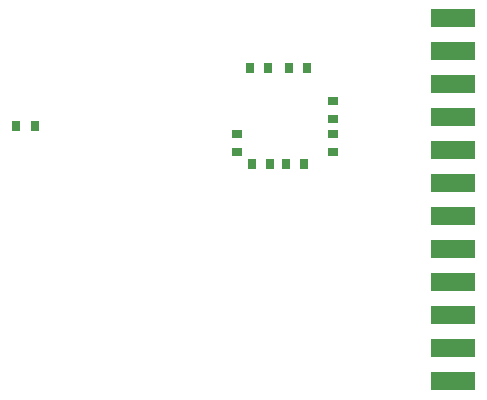
<source format=gbp>
G04 #@! TF.GenerationSoftware,KiCad,Pcbnew,(5.1.0-9-gc61ec8ee3)*
G04 #@! TF.CreationDate,2019-03-28T20:20:23-04:00*
G04 #@! TF.ProjectId,MPG_PSoC,4d50475f-5053-46f4-932e-6b696361645f,rev?*
G04 #@! TF.SameCoordinates,Original*
G04 #@! TF.FileFunction,Paste,Bot*
G04 #@! TF.FilePolarity,Positive*
%FSLAX46Y46*%
G04 Gerber Fmt 4.6, Leading zero omitted, Abs format (unit mm)*
G04 Created by KiCad (PCBNEW (5.1.0-9-gc61ec8ee3)) date 2019-03-28 20:20:23*
%MOMM*%
%LPD*%
G04 APERTURE LIST*
%ADD10R,0.900000X0.700000*%
%ADD11R,0.700000X0.900000*%
%ADD12R,3.810000X1.524000*%
G04 APERTURE END LIST*
D10*
X156591000Y-81903000D03*
X156591000Y-80403000D03*
D11*
X151106000Y-74803000D03*
X149606000Y-74803000D03*
D10*
X156591000Y-79121000D03*
X156591000Y-77621000D03*
X148463000Y-80415000D03*
X148463000Y-81915000D03*
D11*
X152920000Y-74803000D03*
X154420000Y-74803000D03*
X154154000Y-82931000D03*
X152654000Y-82931000D03*
D12*
X166751000Y-98552000D03*
X166751000Y-95758000D03*
X166751000Y-92964000D03*
X166751000Y-90170000D03*
X166751000Y-87376000D03*
X166751000Y-84582000D03*
X166751000Y-81788000D03*
X166751000Y-78994000D03*
X166751000Y-76200000D03*
X166751000Y-73406000D03*
X166751000Y-70612000D03*
X166751000Y-101346000D03*
D11*
X129756000Y-79756000D03*
X131356000Y-79756000D03*
X151245000Y-82931000D03*
X149745000Y-82931000D03*
M02*

</source>
